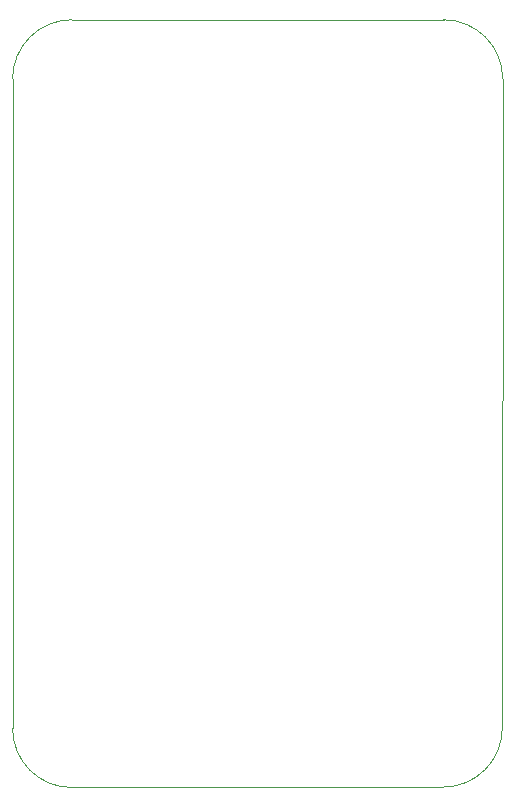
<source format=gbr>
%TF.GenerationSoftware,KiCad,Pcbnew,9.0.1*%
%TF.CreationDate,2025-05-24T18:06:34+02:00*%
%TF.ProjectId,main,6d61696e-2e6b-4696-9361-645f70636258,1.0*%
%TF.SameCoordinates,Original*%
%TF.FileFunction,Profile,NP*%
%FSLAX46Y46*%
G04 Gerber Fmt 4.6, Leading zero omitted, Abs format (unit mm)*
G04 Created by KiCad (PCBNEW 9.0.1) date 2025-05-24 18:06:34*
%MOMM*%
%LPD*%
G01*
G04 APERTURE LIST*
%TA.AperFunction,Profile*%
%ADD10C,0.050000*%
%TD*%
G04 APERTURE END LIST*
D10*
X191500000Y-50000000D02*
G75*
G02*
X196500000Y-55000000I0J-5000000D01*
G01*
X155000000Y-55000000D02*
X155000000Y-110000000D01*
X196500000Y-55000000D02*
X196464689Y-109964466D01*
X160000000Y-115000000D02*
X191464466Y-114960272D01*
X160000000Y-115000000D02*
G75*
G02*
X155000000Y-110000000I0J5000000D01*
G01*
X160000000Y-50000000D02*
X191500000Y-50000000D01*
X155000000Y-55000000D02*
G75*
G02*
X160000000Y-50000000I5000000J0D01*
G01*
X196464466Y-109964466D02*
G75*
G02*
X191464466Y-114964466I-4999966J-34D01*
G01*
M02*

</source>
